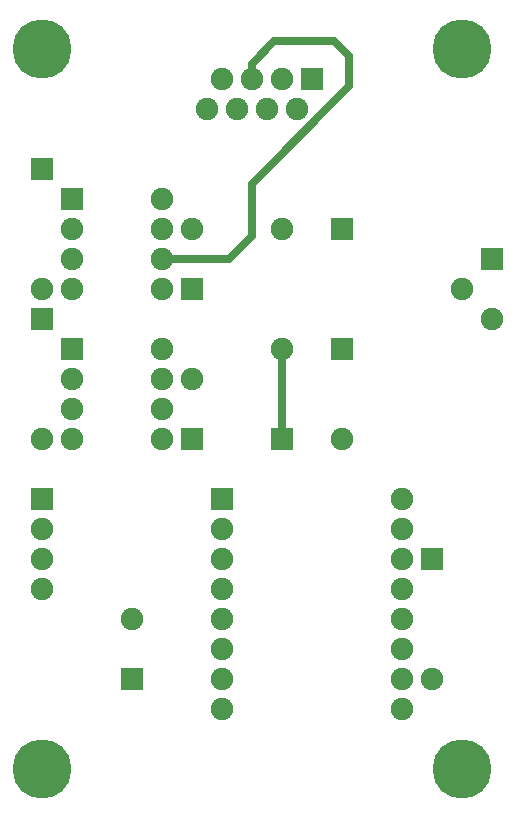
<source format=gbr>
G04 start of page 7 for group 5 idx 7 *
G04 Title: (unknown), jumper *
G04 Creator: pcb 20140316 *
G04 CreationDate: Wed 27 Jan 2016 09:28:51 PM GMT UTC *
G04 For: veox *
G04 Format: Gerber/RS-274X *
G04 PCB-Dimensions (mil): 1800.00 3000.00 *
G04 PCB-Coordinate-Origin: lower left *
%MOIN*%
%FSLAX25Y25*%
%LNGROUP5*%
%ADD39C,0.0315*%
%ADD38C,0.1181*%
%ADD37C,0.1969*%
%ADD36C,0.0001*%
%ADD35C,0.0750*%
%ADD34C,0.0250*%
G54D34*X90000Y215000D02*X122500Y247500D01*
Y257500D01*
X117500Y262500D01*
X97500D01*
X90000Y255000D01*
Y250000D01*
X60000Y190000D02*X82500D01*
X90000Y197500D01*
Y215000D01*
X100000Y130000D02*Y160000D01*
G54D35*X60000Y130000D03*
Y140000D03*
Y150000D03*
Y160000D03*
G54D36*G36*
X66250Y133750D02*Y126250D01*
X73750D01*
Y133750D01*
X66250D01*
G37*
G54D35*X70000Y150000D03*
G54D36*G36*
X66250Y183750D02*Y176250D01*
X73750D01*
Y183750D01*
X66250D01*
G37*
G54D35*X70000Y200000D03*
X60000Y180000D03*
Y190000D03*
Y200000D03*
Y210000D03*
X30000Y130000D03*
G54D36*G36*
X16250Y113750D02*Y106250D01*
X23750D01*
Y113750D01*
X16250D01*
G37*
G54D35*X20000Y100000D03*
Y90000D03*
Y80000D03*
G54D36*G36*
X46250Y53750D02*Y46250D01*
X53750D01*
Y53750D01*
X46250D01*
G37*
G54D35*X50000Y70000D03*
X20000Y130000D03*
X30000Y200000D03*
Y190000D03*
Y180000D03*
G54D36*G36*
X26250Y213750D02*Y206250D01*
X33750D01*
Y213750D01*
X26250D01*
G37*
G36*
Y163750D02*Y156250D01*
X33750D01*
Y163750D01*
X26250D01*
G37*
G54D35*X30000Y150000D03*
Y140000D03*
G54D36*G36*
X16250Y173750D02*Y166250D01*
X23750D01*
Y173750D01*
X16250D01*
G37*
G36*
Y223750D02*Y216250D01*
X23750D01*
Y223750D01*
X16250D01*
G37*
G54D35*X20000Y180000D03*
X80000Y60000D03*
Y50000D03*
Y40000D03*
G54D36*G36*
X76250Y113750D02*Y106250D01*
X83750D01*
Y113750D01*
X76250D01*
G37*
G54D35*X80000Y100000D03*
Y90000D03*
Y80000D03*
Y70000D03*
X100000Y250000D03*
X90000D03*
X80000D03*
X95000Y240000D03*
X85000D03*
X75000D03*
G54D36*G36*
X106250Y253750D02*Y246250D01*
X113750D01*
Y253750D01*
X106250D01*
G37*
G54D35*X105000Y240000D03*
G54D36*G36*
X166250Y193750D02*Y186250D01*
X173750D01*
Y193750D01*
X166250D01*
G37*
G54D35*X160000Y180000D03*
X170000Y170000D03*
G54D36*G36*
X116250Y203750D02*Y196250D01*
X123750D01*
Y203750D01*
X116250D01*
G37*
G54D35*X100000Y200000D03*
G54D36*G36*
X116250Y163750D02*Y156250D01*
X123750D01*
Y163750D01*
X116250D01*
G37*
G54D35*X100000Y160000D03*
G54D36*G36*
X96250Y133750D02*Y126250D01*
X103750D01*
Y133750D01*
X96250D01*
G37*
G54D35*X120000Y130000D03*
X140000Y70000D03*
Y80000D03*
Y90000D03*
Y100000D03*
Y110000D03*
Y40000D03*
Y50000D03*
Y60000D03*
G54D36*G36*
X146250Y93750D02*Y86250D01*
X153750D01*
Y93750D01*
X146250D01*
G37*
G54D35*X150000Y50000D03*
G54D37*X160000Y260000D03*
X20000D03*
Y20000D03*
X160000D03*
G54D38*G54D39*M02*

</source>
